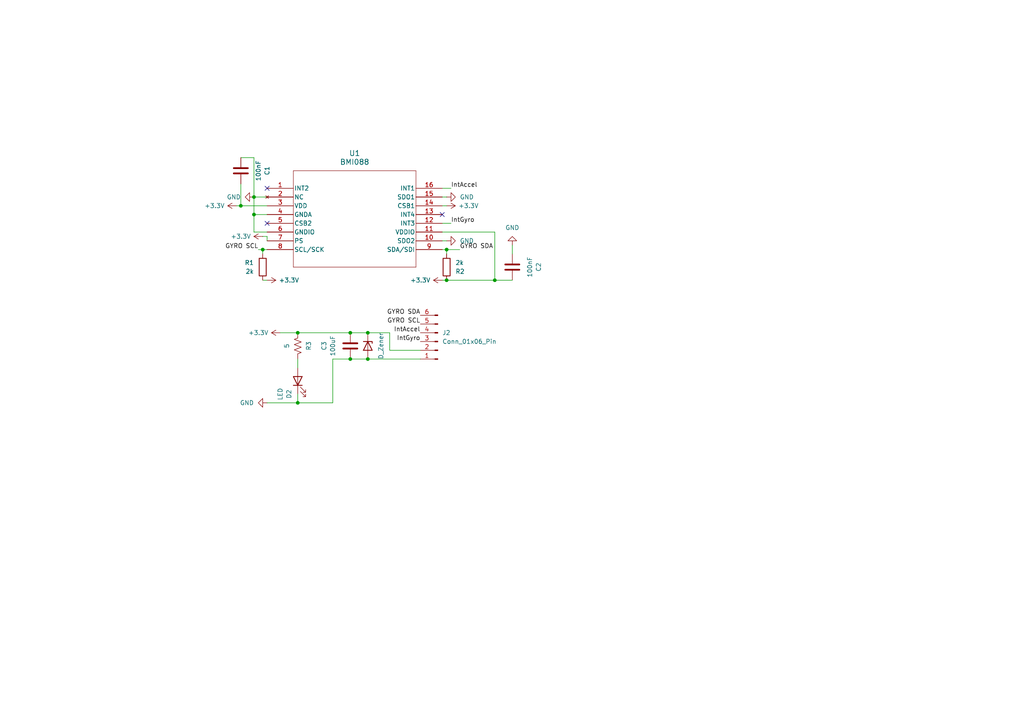
<source format=kicad_sch>
(kicad_sch
	(version 20231120)
	(generator "eeschema")
	(generator_version "8.0")
	(uuid "e95768fb-0c91-4b99-954c-ce347be36a2b")
	(paper "A4")
	(lib_symbols
		(symbol "2024-09-11_23-58-10:BMI088"
			(pin_names
				(offset 0.254)
			)
			(exclude_from_sim no)
			(in_bom yes)
			(on_board yes)
			(property "Reference" "U"
				(at 25.4 10.16 0)
				(effects
					(font
						(size 1.524 1.524)
					)
				)
			)
			(property "Value" "BMI088"
				(at 25.4 7.62 0)
				(effects
					(font
						(size 1.524 1.524)
					)
				)
			)
			(property "Footprint" "QFN_BMI085_BOS"
				(at 0 0 0)
				(effects
					(font
						(size 1.27 1.27)
						(italic yes)
					)
					(hide yes)
				)
			)
			(property "Datasheet" "BMI088"
				(at 0 0 0)
				(effects
					(font
						(size 1.27 1.27)
						(italic yes)
					)
					(hide yes)
				)
			)
			(property "Description" ""
				(at 0 0 0)
				(effects
					(font
						(size 1.27 1.27)
					)
					(hide yes)
				)
			)
			(property "ki_locked" ""
				(at 0 0 0)
				(effects
					(font
						(size 1.27 1.27)
					)
				)
			)
			(property "ki_keywords" "BMI088"
				(at 0 0 0)
				(effects
					(font
						(size 1.27 1.27)
					)
					(hide yes)
				)
			)
			(property "ki_fp_filters" "QFN_BMI085_BOS"
				(at 0 0 0)
				(effects
					(font
						(size 1.27 1.27)
					)
					(hide yes)
				)
			)
			(symbol "BMI088_0_1"
				(polyline
					(pts
						(xy 7.62 -22.86) (xy 43.18 -22.86)
					)
					(stroke
						(width 0.127)
						(type default)
					)
					(fill
						(type none)
					)
				)
				(polyline
					(pts
						(xy 7.62 5.08) (xy 7.62 -22.86)
					)
					(stroke
						(width 0.127)
						(type default)
					)
					(fill
						(type none)
					)
				)
				(polyline
					(pts
						(xy 43.18 -22.86) (xy 43.18 5.08)
					)
					(stroke
						(width 0.127)
						(type default)
					)
					(fill
						(type none)
					)
				)
				(polyline
					(pts
						(xy 43.18 5.08) (xy 7.62 5.08)
					)
					(stroke
						(width 0.127)
						(type default)
					)
					(fill
						(type none)
					)
				)
				(pin bidirectional line
					(at 0 0 0)
					(length 7.62)
					(name "INT2"
						(effects
							(font
								(size 1.27 1.27)
							)
						)
					)
					(number "1"
						(effects
							(font
								(size 1.27 1.27)
							)
						)
					)
				)
				(pin bidirectional line
					(at 50.8 -15.24 180)
					(length 7.62)
					(name "SDO2"
						(effects
							(font
								(size 1.27 1.27)
							)
						)
					)
					(number "10"
						(effects
							(font
								(size 1.27 1.27)
							)
						)
					)
				)
				(pin power_in line
					(at 50.8 -12.7 180)
					(length 7.62)
					(name "VDDIO"
						(effects
							(font
								(size 1.27 1.27)
							)
						)
					)
					(number "11"
						(effects
							(font
								(size 1.27 1.27)
							)
						)
					)
				)
				(pin bidirectional line
					(at 50.8 -10.16 180)
					(length 7.62)
					(name "INT3"
						(effects
							(font
								(size 1.27 1.27)
							)
						)
					)
					(number "12"
						(effects
							(font
								(size 1.27 1.27)
							)
						)
					)
				)
				(pin bidirectional line
					(at 50.8 -7.62 180)
					(length 7.62)
					(name "INT4"
						(effects
							(font
								(size 1.27 1.27)
							)
						)
					)
					(number "13"
						(effects
							(font
								(size 1.27 1.27)
							)
						)
					)
				)
				(pin bidirectional line
					(at 50.8 -5.08 180)
					(length 7.62)
					(name "CSB1"
						(effects
							(font
								(size 1.27 1.27)
							)
						)
					)
					(number "14"
						(effects
							(font
								(size 1.27 1.27)
							)
						)
					)
				)
				(pin bidirectional line
					(at 50.8 -2.54 180)
					(length 7.62)
					(name "SDO1"
						(effects
							(font
								(size 1.27 1.27)
							)
						)
					)
					(number "15"
						(effects
							(font
								(size 1.27 1.27)
							)
						)
					)
				)
				(pin bidirectional line
					(at 50.8 0 180)
					(length 7.62)
					(name "INT1"
						(effects
							(font
								(size 1.27 1.27)
							)
						)
					)
					(number "16"
						(effects
							(font
								(size 1.27 1.27)
							)
						)
					)
				)
				(pin no_connect line
					(at 0 -2.54 0)
					(length 7.62)
					(name "NC"
						(effects
							(font
								(size 1.27 1.27)
							)
						)
					)
					(number "2"
						(effects
							(font
								(size 1.27 1.27)
							)
						)
					)
				)
				(pin power_in line
					(at 0 -5.08 0)
					(length 7.62)
					(name "VDD"
						(effects
							(font
								(size 1.27 1.27)
							)
						)
					)
					(number "3"
						(effects
							(font
								(size 1.27 1.27)
							)
						)
					)
				)
				(pin power_out line
					(at 0 -7.62 0)
					(length 7.62)
					(name "GNDA"
						(effects
							(font
								(size 1.27 1.27)
							)
						)
					)
					(number "4"
						(effects
							(font
								(size 1.27 1.27)
							)
						)
					)
				)
				(pin bidirectional line
					(at 0 -10.16 0)
					(length 7.62)
					(name "CSB2"
						(effects
							(font
								(size 1.27 1.27)
							)
						)
					)
					(number "5"
						(effects
							(font
								(size 1.27 1.27)
							)
						)
					)
				)
				(pin power_out line
					(at 0 -12.7 0)
					(length 7.62)
					(name "GNDIO"
						(effects
							(font
								(size 1.27 1.27)
							)
						)
					)
					(number "6"
						(effects
							(font
								(size 1.27 1.27)
							)
						)
					)
				)
				(pin unspecified line
					(at 0 -15.24 0)
					(length 7.62)
					(name "PS"
						(effects
							(font
								(size 1.27 1.27)
							)
						)
					)
					(number "7"
						(effects
							(font
								(size 1.27 1.27)
							)
						)
					)
				)
				(pin unspecified line
					(at 0 -17.78 0)
					(length 7.62)
					(name "SCL/SCK"
						(effects
							(font
								(size 1.27 1.27)
							)
						)
					)
					(number "8"
						(effects
							(font
								(size 1.27 1.27)
							)
						)
					)
				)
				(pin unspecified line
					(at 50.8 -17.78 180)
					(length 7.62)
					(name "SDA/SDI"
						(effects
							(font
								(size 1.27 1.27)
							)
						)
					)
					(number "9"
						(effects
							(font
								(size 1.27 1.27)
							)
						)
					)
				)
			)
		)
		(symbol "Connector:Conn_01x06_Pin"
			(pin_names
				(offset 1.016) hide)
			(exclude_from_sim no)
			(in_bom yes)
			(on_board yes)
			(property "Reference" "J"
				(at 0 7.62 0)
				(effects
					(font
						(size 1.27 1.27)
					)
				)
			)
			(property "Value" "Conn_01x06_Pin"
				(at 0 -10.16 0)
				(effects
					(font
						(size 1.27 1.27)
					)
				)
			)
			(property "Footprint" ""
				(at 0 0 0)
				(effects
					(font
						(size 1.27 1.27)
					)
					(hide yes)
				)
			)
			(property "Datasheet" "~"
				(at 0 0 0)
				(effects
					(font
						(size 1.27 1.27)
					)
					(hide yes)
				)
			)
			(property "Description" "Generic connector, single row, 01x06, script generated"
				(at 0 0 0)
				(effects
					(font
						(size 1.27 1.27)
					)
					(hide yes)
				)
			)
			(property "ki_locked" ""
				(at 0 0 0)
				(effects
					(font
						(size 1.27 1.27)
					)
				)
			)
			(property "ki_keywords" "connector"
				(at 0 0 0)
				(effects
					(font
						(size 1.27 1.27)
					)
					(hide yes)
				)
			)
			(property "ki_fp_filters" "Connector*:*_1x??_*"
				(at 0 0 0)
				(effects
					(font
						(size 1.27 1.27)
					)
					(hide yes)
				)
			)
			(symbol "Conn_01x06_Pin_1_1"
				(polyline
					(pts
						(xy 1.27 -7.62) (xy 0.8636 -7.62)
					)
					(stroke
						(width 0.1524)
						(type default)
					)
					(fill
						(type none)
					)
				)
				(polyline
					(pts
						(xy 1.27 -5.08) (xy 0.8636 -5.08)
					)
					(stroke
						(width 0.1524)
						(type default)
					)
					(fill
						(type none)
					)
				)
				(polyline
					(pts
						(xy 1.27 -2.54) (xy 0.8636 -2.54)
					)
					(stroke
						(width 0.1524)
						(type default)
					)
					(fill
						(type none)
					)
				)
				(polyline
					(pts
						(xy 1.27 0) (xy 0.8636 0)
					)
					(stroke
						(width 0.1524)
						(type default)
					)
					(fill
						(type none)
					)
				)
				(polyline
					(pts
						(xy 1.27 2.54) (xy 0.8636 2.54)
					)
					(stroke
						(width 0.1524)
						(type default)
					)
					(fill
						(type none)
					)
				)
				(polyline
					(pts
						(xy 1.27 5.08) (xy 0.8636 5.08)
					)
					(stroke
						(width 0.1524)
						(type default)
					)
					(fill
						(type none)
					)
				)
				(rectangle
					(start 0.8636 -7.493)
					(end 0 -7.747)
					(stroke
						(width 0.1524)
						(type default)
					)
					(fill
						(type outline)
					)
				)
				(rectangle
					(start 0.8636 -4.953)
					(end 0 -5.207)
					(stroke
						(width 0.1524)
						(type default)
					)
					(fill
						(type outline)
					)
				)
				(rectangle
					(start 0.8636 -2.413)
					(end 0 -2.667)
					(stroke
						(width 0.1524)
						(type default)
					)
					(fill
						(type outline)
					)
				)
				(rectangle
					(start 0.8636 0.127)
					(end 0 -0.127)
					(stroke
						(width 0.1524)
						(type default)
					)
					(fill
						(type outline)
					)
				)
				(rectangle
					(start 0.8636 2.667)
					(end 0 2.413)
					(stroke
						(width 0.1524)
						(type default)
					)
					(fill
						(type outline)
					)
				)
				(rectangle
					(start 0.8636 5.207)
					(end 0 4.953)
					(stroke
						(width 0.1524)
						(type default)
					)
					(fill
						(type outline)
					)
				)
				(pin passive line
					(at 5.08 5.08 180)
					(length 3.81)
					(name "Pin_1"
						(effects
							(font
								(size 1.27 1.27)
							)
						)
					)
					(number "1"
						(effects
							(font
								(size 1.27 1.27)
							)
						)
					)
				)
				(pin passive line
					(at 5.08 2.54 180)
					(length 3.81)
					(name "Pin_2"
						(effects
							(font
								(size 1.27 1.27)
							)
						)
					)
					(number "2"
						(effects
							(font
								(size 1.27 1.27)
							)
						)
					)
				)
				(pin passive line
					(at 5.08 0 180)
					(length 3.81)
					(name "Pin_3"
						(effects
							(font
								(size 1.27 1.27)
							)
						)
					)
					(number "3"
						(effects
							(font
								(size 1.27 1.27)
							)
						)
					)
				)
				(pin passive line
					(at 5.08 -2.54 180)
					(length 3.81)
					(name "Pin_4"
						(effects
							(font
								(size 1.27 1.27)
							)
						)
					)
					(number "4"
						(effects
							(font
								(size 1.27 1.27)
							)
						)
					)
				)
				(pin passive line
					(at 5.08 -5.08 180)
					(length 3.81)
					(name "Pin_5"
						(effects
							(font
								(size 1.27 1.27)
							)
						)
					)
					(number "5"
						(effects
							(font
								(size 1.27 1.27)
							)
						)
					)
				)
				(pin passive line
					(at 5.08 -7.62 180)
					(length 3.81)
					(name "Pin_6"
						(effects
							(font
								(size 1.27 1.27)
							)
						)
					)
					(number "6"
						(effects
							(font
								(size 1.27 1.27)
							)
						)
					)
				)
			)
		)
		(symbol "Device:C"
			(pin_numbers hide)
			(pin_names
				(offset 0.254)
			)
			(exclude_from_sim no)
			(in_bom yes)
			(on_board yes)
			(property "Reference" "C"
				(at 0.635 2.54 0)
				(effects
					(font
						(size 1.27 1.27)
					)
					(justify left)
				)
			)
			(property "Value" "C"
				(at 0.635 -2.54 0)
				(effects
					(font
						(size 1.27 1.27)
					)
					(justify left)
				)
			)
			(property "Footprint" ""
				(at 0.9652 -3.81 0)
				(effects
					(font
						(size 1.27 1.27)
					)
					(hide yes)
				)
			)
			(property "Datasheet" "~"
				(at 0 0 0)
				(effects
					(font
						(size 1.27 1.27)
					)
					(hide yes)
				)
			)
			(property "Description" "Unpolarized capacitor"
				(at 0 0 0)
				(effects
					(font
						(size 1.27 1.27)
					)
					(hide yes)
				)
			)
			(property "ki_keywords" "cap capacitor"
				(at 0 0 0)
				(effects
					(font
						(size 1.27 1.27)
					)
					(hide yes)
				)
			)
			(property "ki_fp_filters" "C_*"
				(at 0 0 0)
				(effects
					(font
						(size 1.27 1.27)
					)
					(hide yes)
				)
			)
			(symbol "C_0_1"
				(polyline
					(pts
						(xy -2.032 -0.762) (xy 2.032 -0.762)
					)
					(stroke
						(width 0.508)
						(type default)
					)
					(fill
						(type none)
					)
				)
				(polyline
					(pts
						(xy -2.032 0.762) (xy 2.032 0.762)
					)
					(stroke
						(width 0.508)
						(type default)
					)
					(fill
						(type none)
					)
				)
			)
			(symbol "C_1_1"
				(pin passive line
					(at 0 3.81 270)
					(length 2.794)
					(name "~"
						(effects
							(font
								(size 1.27 1.27)
							)
						)
					)
					(number "1"
						(effects
							(font
								(size 1.27 1.27)
							)
						)
					)
				)
				(pin passive line
					(at 0 -3.81 90)
					(length 2.794)
					(name "~"
						(effects
							(font
								(size 1.27 1.27)
							)
						)
					)
					(number "2"
						(effects
							(font
								(size 1.27 1.27)
							)
						)
					)
				)
			)
		)
		(symbol "Device:D_Zener"
			(pin_numbers hide)
			(pin_names
				(offset 1.016) hide)
			(exclude_from_sim no)
			(in_bom yes)
			(on_board yes)
			(property "Reference" "D"
				(at 0 2.54 0)
				(effects
					(font
						(size 1.27 1.27)
					)
				)
			)
			(property "Value" "D_Zener"
				(at 0 -2.54 0)
				(effects
					(font
						(size 1.27 1.27)
					)
				)
			)
			(property "Footprint" ""
				(at 0 0 0)
				(effects
					(font
						(size 1.27 1.27)
					)
					(hide yes)
				)
			)
			(property "Datasheet" "~"
				(at 0 0 0)
				(effects
					(font
						(size 1.27 1.27)
					)
					(hide yes)
				)
			)
			(property "Description" "Zener diode"
				(at 0 0 0)
				(effects
					(font
						(size 1.27 1.27)
					)
					(hide yes)
				)
			)
			(property "ki_keywords" "diode"
				(at 0 0 0)
				(effects
					(font
						(size 1.27 1.27)
					)
					(hide yes)
				)
			)
			(property "ki_fp_filters" "TO-???* *_Diode_* *SingleDiode* D_*"
				(at 0 0 0)
				(effects
					(font
						(size 1.27 1.27)
					)
					(hide yes)
				)
			)
			(symbol "D_Zener_0_1"
				(polyline
					(pts
						(xy 1.27 0) (xy -1.27 0)
					)
					(stroke
						(width 0)
						(type default)
					)
					(fill
						(type none)
					)
				)
				(polyline
					(pts
						(xy -1.27 -1.27) (xy -1.27 1.27) (xy -0.762 1.27)
					)
					(stroke
						(width 0.254)
						(type default)
					)
					(fill
						(type none)
					)
				)
				(polyline
					(pts
						(xy 1.27 -1.27) (xy 1.27 1.27) (xy -1.27 0) (xy 1.27 -1.27)
					)
					(stroke
						(width 0.254)
						(type default)
					)
					(fill
						(type none)
					)
				)
			)
			(symbol "D_Zener_1_1"
				(pin passive line
					(at -3.81 0 0)
					(length 2.54)
					(name "K"
						(effects
							(font
								(size 1.27 1.27)
							)
						)
					)
					(number "1"
						(effects
							(font
								(size 1.27 1.27)
							)
						)
					)
				)
				(pin passive line
					(at 3.81 0 180)
					(length 2.54)
					(name "A"
						(effects
							(font
								(size 1.27 1.27)
							)
						)
					)
					(number "2"
						(effects
							(font
								(size 1.27 1.27)
							)
						)
					)
				)
			)
		)
		(symbol "Device:LED"
			(pin_numbers hide)
			(pin_names
				(offset 1.016) hide)
			(exclude_from_sim no)
			(in_bom yes)
			(on_board yes)
			(property "Reference" "D"
				(at 0 2.54 0)
				(effects
					(font
						(size 1.27 1.27)
					)
				)
			)
			(property "Value" "LED"
				(at 0 -2.54 0)
				(effects
					(font
						(size 1.27 1.27)
					)
				)
			)
			(property "Footprint" ""
				(at 0 0 0)
				(effects
					(font
						(size 1.27 1.27)
					)
					(hide yes)
				)
			)
			(property "Datasheet" "~"
				(at 0 0 0)
				(effects
					(font
						(size 1.27 1.27)
					)
					(hide yes)
				)
			)
			(property "Description" "Light emitting diode"
				(at 0 0 0)
				(effects
					(font
						(size 1.27 1.27)
					)
					(hide yes)
				)
			)
			(property "ki_keywords" "LED diode"
				(at 0 0 0)
				(effects
					(font
						(size 1.27 1.27)
					)
					(hide yes)
				)
			)
			(property "ki_fp_filters" "LED* LED_SMD:* LED_THT:*"
				(at 0 0 0)
				(effects
					(font
						(size 1.27 1.27)
					)
					(hide yes)
				)
			)
			(symbol "LED_0_1"
				(polyline
					(pts
						(xy -1.27 -1.27) (xy -1.27 1.27)
					)
					(stroke
						(width 0.254)
						(type default)
					)
					(fill
						(type none)
					)
				)
				(polyline
					(pts
						(xy -1.27 0) (xy 1.27 0)
					)
					(stroke
						(width 0)
						(type default)
					)
					(fill
						(type none)
					)
				)
				(polyline
					(pts
						(xy 1.27 -1.27) (xy 1.27 1.27) (xy -1.27 0) (xy 1.27 -1.27)
					)
					(stroke
						(width 0.254)
						(type default)
					)
					(fill
						(type none)
					)
				)
				(polyline
					(pts
						(xy -3.048 -0.762) (xy -4.572 -2.286) (xy -3.81 -2.286) (xy -4.572 -2.286) (xy -4.572 -1.524)
					)
					(stroke
						(width 0)
						(type default)
					)
					(fill
						(type none)
					)
				)
				(polyline
					(pts
						(xy -1.778 -0.762) (xy -3.302 -2.286) (xy -2.54 -2.286) (xy -3.302 -2.286) (xy -3.302 -1.524)
					)
					(stroke
						(width 0)
						(type default)
					)
					(fill
						(type none)
					)
				)
			)
			(symbol "LED_1_1"
				(pin passive line
					(at -3.81 0 0)
					(length 2.54)
					(name "K"
						(effects
							(font
								(size 1.27 1.27)
							)
						)
					)
					(number "1"
						(effects
							(font
								(size 1.27 1.27)
							)
						)
					)
				)
				(pin passive line
					(at 3.81 0 180)
					(length 2.54)
					(name "A"
						(effects
							(font
								(size 1.27 1.27)
							)
						)
					)
					(number "2"
						(effects
							(font
								(size 1.27 1.27)
							)
						)
					)
				)
			)
		)
		(symbol "Device:R"
			(pin_numbers hide)
			(pin_names
				(offset 0)
			)
			(exclude_from_sim no)
			(in_bom yes)
			(on_board yes)
			(property "Reference" "R"
				(at 2.032 0 90)
				(effects
					(font
						(size 1.27 1.27)
					)
				)
			)
			(property "Value" "R"
				(at 0 0 90)
				(effects
					(font
						(size 1.27 1.27)
					)
				)
			)
			(property "Footprint" ""
				(at -1.778 0 90)
				(effects
					(font
						(size 1.27 1.27)
					)
					(hide yes)
				)
			)
			(property "Datasheet" "~"
				(at 0 0 0)
				(effects
					(font
						(size 1.27 1.27)
					)
					(hide yes)
				)
			)
			(property "Description" "Resistor"
				(at 0 0 0)
				(effects
					(font
						(size 1.27 1.27)
					)
					(hide yes)
				)
			)
			(property "ki_keywords" "R res resistor"
				(at 0 0 0)
				(effects
					(font
						(size 1.27 1.27)
					)
					(hide yes)
				)
			)
			(property "ki_fp_filters" "R_*"
				(at 0 0 0)
				(effects
					(font
						(size 1.27 1.27)
					)
					(hide yes)
				)
			)
			(symbol "R_0_1"
				(rectangle
					(start -1.016 -2.54)
					(end 1.016 2.54)
					(stroke
						(width 0.254)
						(type default)
					)
					(fill
						(type none)
					)
				)
			)
			(symbol "R_1_1"
				(pin passive line
					(at 0 3.81 270)
					(length 1.27)
					(name "~"
						(effects
							(font
								(size 1.27 1.27)
							)
						)
					)
					(number "1"
						(effects
							(font
								(size 1.27 1.27)
							)
						)
					)
				)
				(pin passive line
					(at 0 -3.81 90)
					(length 1.27)
					(name "~"
						(effects
							(font
								(size 1.27 1.27)
							)
						)
					)
					(number "2"
						(effects
							(font
								(size 1.27 1.27)
							)
						)
					)
				)
			)
		)
		(symbol "Device:R_US"
			(pin_numbers hide)
			(pin_names
				(offset 0)
			)
			(exclude_from_sim no)
			(in_bom yes)
			(on_board yes)
			(property "Reference" "R"
				(at 2.54 0 90)
				(effects
					(font
						(size 1.27 1.27)
					)
				)
			)
			(property "Value" "R_US"
				(at -2.54 0 90)
				(effects
					(font
						(size 1.27 1.27)
					)
				)
			)
			(property "Footprint" ""
				(at 1.016 -0.254 90)
				(effects
					(font
						(size 1.27 1.27)
					)
					(hide yes)
				)
			)
			(property "Datasheet" "~"
				(at 0 0 0)
				(effects
					(font
						(size 1.27 1.27)
					)
					(hide yes)
				)
			)
			(property "Description" "Resistor, US symbol"
				(at 0 0 0)
				(effects
					(font
						(size 1.27 1.27)
					)
					(hide yes)
				)
			)
			(property "ki_keywords" "R res resistor"
				(at 0 0 0)
				(effects
					(font
						(size 1.27 1.27)
					)
					(hide yes)
				)
			)
			(property "ki_fp_filters" "R_*"
				(at 0 0 0)
				(effects
					(font
						(size 1.27 1.27)
					)
					(hide yes)
				)
			)
			(symbol "R_US_0_1"
				(polyline
					(pts
						(xy 0 -2.286) (xy 0 -2.54)
					)
					(stroke
						(width 0)
						(type default)
					)
					(fill
						(type none)
					)
				)
				(polyline
					(pts
						(xy 0 2.286) (xy 0 2.54)
					)
					(stroke
						(width 0)
						(type default)
					)
					(fill
						(type none)
					)
				)
				(polyline
					(pts
						(xy 0 -0.762) (xy 1.016 -1.143) (xy 0 -1.524) (xy -1.016 -1.905) (xy 0 -2.286)
					)
					(stroke
						(width 0)
						(type default)
					)
					(fill
						(type none)
					)
				)
				(polyline
					(pts
						(xy 0 0.762) (xy 1.016 0.381) (xy 0 0) (xy -1.016 -0.381) (xy 0 -0.762)
					)
					(stroke
						(width 0)
						(type default)
					)
					(fill
						(type none)
					)
				)
				(polyline
					(pts
						(xy 0 2.286) (xy 1.016 1.905) (xy 0 1.524) (xy -1.016 1.143) (xy 0 0.762)
					)
					(stroke
						(width 0)
						(type default)
					)
					(fill
						(type none)
					)
				)
			)
			(symbol "R_US_1_1"
				(pin passive line
					(at 0 3.81 270)
					(length 1.27)
					(name "~"
						(effects
							(font
								(size 1.27 1.27)
							)
						)
					)
					(number "1"
						(effects
							(font
								(size 1.27 1.27)
							)
						)
					)
				)
				(pin passive line
					(at 0 -3.81 90)
					(length 1.27)
					(name "~"
						(effects
							(font
								(size 1.27 1.27)
							)
						)
					)
					(number "2"
						(effects
							(font
								(size 1.27 1.27)
							)
						)
					)
				)
			)
		)
		(symbol "power:+3.3V"
			(power)
			(pin_numbers hide)
			(pin_names
				(offset 0) hide)
			(exclude_from_sim no)
			(in_bom yes)
			(on_board yes)
			(property "Reference" "#PWR"
				(at 0 -3.81 0)
				(effects
					(font
						(size 1.27 1.27)
					)
					(hide yes)
				)
			)
			(property "Value" "+3.3V"
				(at 0 3.556 0)
				(effects
					(font
						(size 1.27 1.27)
					)
				)
			)
			(property "Footprint" ""
				(at 0 0 0)
				(effects
					(font
						(size 1.27 1.27)
					)
					(hide yes)
				)
			)
			(property "Datasheet" ""
				(at 0 0 0)
				(effects
					(font
						(size 1.27 1.27)
					)
					(hide yes)
				)
			)
			(property "Description" "Power symbol creates a global label with name \"+3.3V\""
				(at 0 0 0)
				(effects
					(font
						(size 1.27 1.27)
					)
					(hide yes)
				)
			)
			(property "ki_keywords" "global power"
				(at 0 0 0)
				(effects
					(font
						(size 1.27 1.27)
					)
					(hide yes)
				)
			)
			(symbol "+3.3V_0_1"
				(polyline
					(pts
						(xy -0.762 1.27) (xy 0 2.54)
					)
					(stroke
						(width 0)
						(type default)
					)
					(fill
						(type none)
					)
				)
				(polyline
					(pts
						(xy 0 0) (xy 0 2.54)
					)
					(stroke
						(width 0)
						(type default)
					)
					(fill
						(type none)
					)
				)
				(polyline
					(pts
						(xy 0 2.54) (xy 0.762 1.27)
					)
					(stroke
						(width 0)
						(type default)
					)
					(fill
						(type none)
					)
				)
			)
			(symbol "+3.3V_1_1"
				(pin power_in line
					(at 0 0 90)
					(length 0)
					(name "~"
						(effects
							(font
								(size 1.27 1.27)
							)
						)
					)
					(number "1"
						(effects
							(font
								(size 1.27 1.27)
							)
						)
					)
				)
			)
		)
		(symbol "power:GND"
			(power)
			(pin_numbers hide)
			(pin_names
				(offset 0) hide)
			(exclude_from_sim no)
			(in_bom yes)
			(on_board yes)
			(property "Reference" "#PWR"
				(at 0 -6.35 0)
				(effects
					(font
						(size 1.27 1.27)
					)
					(hide yes)
				)
			)
			(property "Value" "GND"
				(at 0 -3.81 0)
				(effects
					(font
						(size 1.27 1.27)
					)
				)
			)
			(property "Footprint" ""
				(at 0 0 0)
				(effects
					(font
						(size 1.27 1.27)
					)
					(hide yes)
				)
			)
			(property "Datasheet" ""
				(at 0 0 0)
				(effects
					(font
						(size 1.27 1.27)
					)
					(hide yes)
				)
			)
			(property "Description" "Power symbol creates a global label with name \"GND\" , ground"
				(at 0 0 0)
				(effects
					(font
						(size 1.27 1.27)
					)
					(hide yes)
				)
			)
			(property "ki_keywords" "global power"
				(at 0 0 0)
				(effects
					(font
						(size 1.27 1.27)
					)
					(hide yes)
				)
			)
			(symbol "GND_0_1"
				(polyline
					(pts
						(xy 0 0) (xy 0 -1.27) (xy 1.27 -1.27) (xy 0 -2.54) (xy -1.27 -1.27) (xy 0 -1.27)
					)
					(stroke
						(width 0)
						(type default)
					)
					(fill
						(type none)
					)
				)
			)
			(symbol "GND_1_1"
				(pin power_in line
					(at 0 0 270)
					(length 0)
					(name "~"
						(effects
							(font
								(size 1.27 1.27)
							)
						)
					)
					(number "1"
						(effects
							(font
								(size 1.27 1.27)
							)
						)
					)
				)
			)
		)
	)
	(junction
		(at 101.6 96.52)
		(diameter 0)
		(color 0 0 0 0)
		(uuid "021c5af4-a223-4bda-b2af-1b5de66b01e6")
	)
	(junction
		(at 129.54 72.39)
		(diameter 0)
		(color 0 0 0 0)
		(uuid "04954e6a-2a88-4d3f-b0ec-a696189c21c9")
	)
	(junction
		(at 101.6 104.14)
		(diameter 0)
		(color 0 0 0 0)
		(uuid "07f69da7-cfa1-400c-aef4-1421ee31e82a")
	)
	(junction
		(at 106.68 104.14)
		(diameter 0)
		(color 0 0 0 0)
		(uuid "1076fde2-34df-4a5c-b4ca-5eb15fdceccb")
	)
	(junction
		(at 106.68 96.52)
		(diameter 0)
		(color 0 0 0 0)
		(uuid "112239fa-2559-4853-9533-46bdf83e04f0")
	)
	(junction
		(at 76.2 72.39)
		(diameter 0)
		(color 0 0 0 0)
		(uuid "112d153a-1c50-4a10-870a-a38a98c38715")
	)
	(junction
		(at 143.51 81.28)
		(diameter 0)
		(color 0 0 0 0)
		(uuid "16bbaa4d-6c0c-4fcc-9dd7-0940e24d4b82")
	)
	(junction
		(at 129.54 81.28)
		(diameter 0)
		(color 0 0 0 0)
		(uuid "b82d4efb-4faa-4e2f-a0bf-a81c4013a3c0")
	)
	(junction
		(at 69.85 59.69)
		(diameter 0)
		(color 0 0 0 0)
		(uuid "bc127965-5032-4895-bc96-c0816317d765")
	)
	(junction
		(at 73.66 57.15)
		(diameter 0)
		(color 0 0 0 0)
		(uuid "c2ec6baa-fe0f-453d-9a0c-d3aab37df0c0")
	)
	(junction
		(at 73.66 62.23)
		(diameter 0)
		(color 0 0 0 0)
		(uuid "c4f0c941-0b05-417d-89d9-d54dee83a650")
	)
	(junction
		(at 86.36 116.84)
		(diameter 0)
		(color 0 0 0 0)
		(uuid "de245235-090c-495c-b091-306cecb39948")
	)
	(junction
		(at 86.36 96.52)
		(diameter 0)
		(color 0 0 0 0)
		(uuid "f0ebaf0b-2f57-47a6-be2c-6bcc0511a2f8")
	)
	(no_connect
		(at 77.47 64.77)
		(uuid "4dfe35dc-6110-4c35-8d3c-d3c50763a8da")
	)
	(no_connect
		(at 128.27 62.23)
		(uuid "9e8c8c70-19de-4b56-aef3-18ee63e80472")
	)
	(no_connect
		(at 77.47 54.61)
		(uuid "cee9ff74-8563-4821-975c-35d10b9b8493")
	)
	(wire
		(pts
			(xy 128.27 81.28) (xy 129.54 81.28)
		)
		(stroke
			(width 0)
			(type default)
		)
		(uuid "04d5379c-eaa7-44e6-b453-e5e10e2013da")
	)
	(wire
		(pts
			(xy 129.54 73.66) (xy 129.54 72.39)
		)
		(stroke
			(width 0)
			(type default)
		)
		(uuid "06752f7c-ad6d-4f8b-baeb-259ded6e7d45")
	)
	(wire
		(pts
			(xy 76.2 73.66) (xy 76.2 72.39)
		)
		(stroke
			(width 0)
			(type default)
		)
		(uuid "084ac380-5342-4d9a-9a93-70c56b21fcff")
	)
	(wire
		(pts
			(xy 113.03 101.6) (xy 121.92 101.6)
		)
		(stroke
			(width 0)
			(type default)
		)
		(uuid "08f7c53e-6594-4314-9b3a-345b33f87fe7")
	)
	(wire
		(pts
			(xy 101.6 96.52) (xy 106.68 96.52)
		)
		(stroke
			(width 0)
			(type default)
		)
		(uuid "115e08e6-708a-405f-8dc6-aedacbe95e61")
	)
	(wire
		(pts
			(xy 113.03 96.52) (xy 113.03 101.6)
		)
		(stroke
			(width 0)
			(type default)
		)
		(uuid "1b97f543-09f2-4a2a-ad17-996b2b20c323")
	)
	(wire
		(pts
			(xy 86.36 104.14) (xy 86.36 106.68)
		)
		(stroke
			(width 0)
			(type default)
		)
		(uuid "1c5c277b-71c0-451d-80bc-8c3a4180c257")
	)
	(wire
		(pts
			(xy 73.66 62.23) (xy 77.47 62.23)
		)
		(stroke
			(width 0)
			(type default)
		)
		(uuid "1d0660e3-2ad5-4ad1-84ed-3329e7a35c7e")
	)
	(wire
		(pts
			(xy 101.6 104.14) (xy 106.68 104.14)
		)
		(stroke
			(width 0)
			(type default)
		)
		(uuid "1e9a1ab9-cbc4-4c57-b8b3-e4f7147634d8")
	)
	(wire
		(pts
			(xy 143.51 81.28) (xy 148.59 81.28)
		)
		(stroke
			(width 0)
			(type default)
		)
		(uuid "1fd71aae-59ef-4014-80a6-f45c827ee547")
	)
	(wire
		(pts
			(xy 76.2 68.58) (xy 77.47 68.58)
		)
		(stroke
			(width 0)
			(type default)
		)
		(uuid "220e0423-968b-4d7e-a56c-18ca0e8ba05f")
	)
	(wire
		(pts
			(xy 106.68 96.52) (xy 113.03 96.52)
		)
		(stroke
			(width 0)
			(type default)
		)
		(uuid "2725654f-be2c-4480-a3da-83c60590e2f9")
	)
	(wire
		(pts
			(xy 130.81 54.61) (xy 128.27 54.61)
		)
		(stroke
			(width 0)
			(type default)
		)
		(uuid "2bf2174d-38b1-4872-94f4-12ecee508a67")
	)
	(wire
		(pts
			(xy 106.68 104.14) (xy 121.92 104.14)
		)
		(stroke
			(width 0)
			(type default)
		)
		(uuid "2fc972e7-b6cd-4bff-a5f7-1646571f9ad9")
	)
	(wire
		(pts
			(xy 73.66 57.15) (xy 77.47 57.15)
		)
		(stroke
			(width 0)
			(type default)
		)
		(uuid "317736b6-0dd7-4071-955a-85e9f48fe24f")
	)
	(wire
		(pts
			(xy 73.66 62.23) (xy 73.66 67.31)
		)
		(stroke
			(width 0)
			(type default)
		)
		(uuid "551aba25-2e6a-4f33-8000-de69f026c291")
	)
	(wire
		(pts
			(xy 76.2 81.28) (xy 77.47 81.28)
		)
		(stroke
			(width 0)
			(type default)
		)
		(uuid "557f7065-9224-4bba-bbc6-012484fd98e2")
	)
	(wire
		(pts
			(xy 69.85 53.34) (xy 69.85 59.69)
		)
		(stroke
			(width 0)
			(type default)
		)
		(uuid "562a6e59-8302-4612-92d9-2070d55f18c9")
	)
	(wire
		(pts
			(xy 77.47 116.84) (xy 86.36 116.84)
		)
		(stroke
			(width 0)
			(type default)
		)
		(uuid "61859852-0b4a-41f7-becd-fdf60ad3a7f6")
	)
	(wire
		(pts
			(xy 128.27 67.31) (xy 143.51 67.31)
		)
		(stroke
			(width 0)
			(type default)
		)
		(uuid "63caa315-7580-44a1-97be-d9afd3805c9d")
	)
	(wire
		(pts
			(xy 129.54 57.15) (xy 128.27 57.15)
		)
		(stroke
			(width 0)
			(type default)
		)
		(uuid "64c0190e-f1ac-48c2-a9df-d9a33001ec39")
	)
	(wire
		(pts
			(xy 77.47 59.69) (xy 69.85 59.69)
		)
		(stroke
			(width 0)
			(type default)
		)
		(uuid "6eb66311-1067-49ed-bf05-6bc99570cadb")
	)
	(wire
		(pts
			(xy 96.52 104.14) (xy 101.6 104.14)
		)
		(stroke
			(width 0)
			(type default)
		)
		(uuid "7fb99586-f700-4aa6-a3f5-0d5473bd15a8")
	)
	(wire
		(pts
			(xy 143.51 67.31) (xy 143.51 81.28)
		)
		(stroke
			(width 0)
			(type default)
		)
		(uuid "824138bb-73ac-4df6-a0e2-14db92b460b5")
	)
	(wire
		(pts
			(xy 74.93 72.39) (xy 76.2 72.39)
		)
		(stroke
			(width 0)
			(type default)
		)
		(uuid "85ab7661-a682-44a4-b743-b4b46c39fd14")
	)
	(wire
		(pts
			(xy 86.36 116.84) (xy 86.36 114.3)
		)
		(stroke
			(width 0)
			(type default)
		)
		(uuid "8c2e5b1c-6c8a-4c94-984f-5111421aec1b")
	)
	(wire
		(pts
			(xy 129.54 69.85) (xy 128.27 69.85)
		)
		(stroke
			(width 0)
			(type default)
		)
		(uuid "8d64c07b-88e8-492b-a168-d8fb4785ebf0")
	)
	(wire
		(pts
			(xy 129.54 72.39) (xy 133.35 72.39)
		)
		(stroke
			(width 0)
			(type default)
		)
		(uuid "99cb64cb-bc22-4bdc-80cb-e87eccba0d54")
	)
	(wire
		(pts
			(xy 128.27 64.77) (xy 130.81 64.77)
		)
		(stroke
			(width 0)
			(type default)
		)
		(uuid "9cfca636-d35a-4fad-9944-965e75481ec4")
	)
	(wire
		(pts
			(xy 77.47 68.58) (xy 77.47 69.85)
		)
		(stroke
			(width 0)
			(type default)
		)
		(uuid "aa918b57-2dc4-4465-ac45-de7cdee1f001")
	)
	(wire
		(pts
			(xy 81.28 96.52) (xy 86.36 96.52)
		)
		(stroke
			(width 0)
			(type default)
		)
		(uuid "bb934bd5-5d6b-4b19-8bb5-2fa7e82c5425")
	)
	(wire
		(pts
			(xy 73.66 45.72) (xy 73.66 57.15)
		)
		(stroke
			(width 0)
			(type default)
		)
		(uuid "c05a1500-ce68-428a-b07c-4952e0637cc9")
	)
	(wire
		(pts
			(xy 73.66 62.23) (xy 73.66 57.15)
		)
		(stroke
			(width 0)
			(type default)
		)
		(uuid "c2128f54-594a-4a47-8841-88d3dcea254a")
	)
	(wire
		(pts
			(xy 69.85 45.72) (xy 73.66 45.72)
		)
		(stroke
			(width 0)
			(type default)
		)
		(uuid "cc596070-639c-4f36-bbed-30430697ac24")
	)
	(wire
		(pts
			(xy 86.36 96.52) (xy 101.6 96.52)
		)
		(stroke
			(width 0)
			(type default)
		)
		(uuid "d15b4abe-fb82-4315-ae97-37b94005ece4")
	)
	(wire
		(pts
			(xy 129.54 81.28) (xy 143.51 81.28)
		)
		(stroke
			(width 0)
			(type default)
		)
		(uuid "d46a84f1-2aee-4b8d-ba82-09f908cf18b0")
	)
	(wire
		(pts
			(xy 86.36 116.84) (xy 96.52 116.84)
		)
		(stroke
			(width 0)
			(type default)
		)
		(uuid "d6a4c3a3-7879-42eb-ae3a-c9a36c5d1665")
	)
	(wire
		(pts
			(xy 128.27 59.69) (xy 129.54 59.69)
		)
		(stroke
			(width 0)
			(type default)
		)
		(uuid "d975c1fa-442b-44a5-89db-00f0579c7531")
	)
	(wire
		(pts
			(xy 69.85 59.69) (xy 68.58 59.69)
		)
		(stroke
			(width 0)
			(type default)
		)
		(uuid "e148bedc-155e-4048-b0db-8ecdea42a4bc")
	)
	(wire
		(pts
			(xy 76.2 72.39) (xy 77.47 72.39)
		)
		(stroke
			(width 0)
			(type default)
		)
		(uuid "e1e8fe1e-3205-49d0-8b06-cb5cb92ff323")
	)
	(wire
		(pts
			(xy 96.52 116.84) (xy 96.52 104.14)
		)
		(stroke
			(width 0)
			(type default)
		)
		(uuid "e28be8c5-1400-419a-80fe-5c6655f2b0c0")
	)
	(wire
		(pts
			(xy 128.27 72.39) (xy 129.54 72.39)
		)
		(stroke
			(width 0)
			(type default)
		)
		(uuid "f6f4dc93-f0c2-49d6-87e4-242e57d4f782")
	)
	(wire
		(pts
			(xy 73.66 67.31) (xy 77.47 67.31)
		)
		(stroke
			(width 0)
			(type default)
		)
		(uuid "f72ee5e6-4437-4460-9cf7-881ca92886c4")
	)
	(wire
		(pts
			(xy 148.59 71.12) (xy 148.59 73.66)
		)
		(stroke
			(width 0)
			(type default)
		)
		(uuid "fabe1695-3a29-4d68-8ba1-c0b6e4892990")
	)
	(label "GYRO SCL"
		(at 121.92 93.98 180)
		(fields_autoplaced yes)
		(effects
			(font
				(size 1.27 1.27)
			)
			(justify right bottom)
		)
		(uuid "1859c2e4-2ccb-4016-8345-a643742a43e8")
	)
	(label "IntAccel"
		(at 130.81 54.61 0)
		(fields_autoplaced yes)
		(effects
			(font
				(size 1.27 1.27)
			)
			(justify left bottom)
		)
		(uuid "39084964-4583-4d9d-9eff-b5525e564285")
	)
	(label "GYRO SCL"
		(at 74.93 72.39 180)
		(fields_autoplaced yes)
		(effects
			(font
				(size 1.27 1.27)
			)
			(justify right bottom)
		)
		(uuid "50166c39-729a-4042-a0ee-5632b39cc60c")
	)
	(label "IntGyro"
		(at 130.81 64.77 0)
		(fields_autoplaced yes)
		(effects
			(font
				(size 1.27 1.27)
			)
			(justify left bottom)
		)
		(uuid "7458e05f-c6ac-4a07-83cb-8c2967b4f937")
	)
	(label "IntGyro"
		(at 121.92 99.06 180)
		(fields_autoplaced yes)
		(effects
			(font
				(size 1.27 1.27)
			)
			(justify right bottom)
		)
		(uuid "aef00bd4-afcc-4b59-8dd8-992152191e17")
	)
	(label "IntAccel"
		(at 121.92 96.52 180)
		(fields_autoplaced yes)
		(effects
			(font
				(size 1.27 1.27)
			)
			(justify right bottom)
		)
		(uuid "d043dbfc-24f2-49af-a2cb-a460f091d16e")
	)
	(label "GYRO SDA"
		(at 121.92 91.44 180)
		(fields_autoplaced yes)
		(effects
			(font
				(size 1.27 1.27)
			)
			(justify right bottom)
		)
		(uuid "dbd90699-86d8-47de-a515-45d72e5f80e4")
	)
	(label "GYRO SDA"
		(at 133.35 72.39 0)
		(fields_autoplaced yes)
		(effects
			(font
				(size 1.27 1.27)
			)
			(justify left bottom)
		)
		(uuid "e5e6f2a2-babc-4494-b704-4d9647dd93d4")
	)
	(symbol
		(lib_id "power:+3.3V")
		(at 76.2 68.58 90)
		(mirror x)
		(unit 1)
		(exclude_from_sim no)
		(in_bom yes)
		(on_board yes)
		(dnp no)
		(uuid "0a5f2844-2518-4a18-a544-d1de94d0bf29")
		(property "Reference" "#PWR03"
			(at 80.01 68.58 0)
			(effects
				(font
					(size 1.27 1.27)
				)
				(hide yes)
			)
		)
		(property "Value" "+3.3V"
			(at 69.85 68.58 90)
			(effects
				(font
					(size 1.27 1.27)
				)
			)
		)
		(property "Footprint" ""
			(at 76.2 68.58 0)
			(effects
				(font
					(size 1.27 1.27)
				)
				(hide yes)
			)
		)
		(property "Datasheet" ""
			(at 76.2 68.58 0)
			(effects
				(font
					(size 1.27 1.27)
				)
				(hide yes)
			)
		)
		(property "Description" "Power symbol creates a global label with name \"+3.3V\""
			(at 76.2 68.58 0)
			(effects
				(font
					(size 1.27 1.27)
				)
				(hide yes)
			)
		)
		(pin "1"
			(uuid "a9745dbc-56d6-4395-94b3-02e61a96e1f5")
		)
		(instances
			(project "IMU board"
				(path "/e95768fb-0c91-4b99-954c-ce347be36a2b"
					(reference "#PWR03")
					(unit 1)
				)
			)
		)
	)
	(symbol
		(lib_id "power:GND")
		(at 129.54 57.15 90)
		(unit 1)
		(exclude_from_sim no)
		(in_bom yes)
		(on_board yes)
		(dnp no)
		(fields_autoplaced yes)
		(uuid "145bebb6-7d33-4ce8-bee5-e2571adebbf8")
		(property "Reference" "#PWR06"
			(at 135.89 57.15 0)
			(effects
				(font
					(size 1.27 1.27)
				)
				(hide yes)
			)
		)
		(property "Value" "GND"
			(at 133.35 57.1499 90)
			(effects
				(font
					(size 1.27 1.27)
				)
				(justify right)
			)
		)
		(property "Footprint" ""
			(at 129.54 57.15 0)
			(effects
				(font
					(size 1.27 1.27)
				)
				(hide yes)
			)
		)
		(property "Datasheet" ""
			(at 129.54 57.15 0)
			(effects
				(font
					(size 1.27 1.27)
				)
				(hide yes)
			)
		)
		(property "Description" "Power symbol creates a global label with name \"GND\" , ground"
			(at 129.54 57.15 0)
			(effects
				(font
					(size 1.27 1.27)
				)
				(hide yes)
			)
		)
		(pin "1"
			(uuid "d11632b0-b8a2-4579-b125-af6497f6caaa")
		)
		(instances
			(project "IMU board"
				(path "/e95768fb-0c91-4b99-954c-ce347be36a2b"
					(reference "#PWR06")
					(unit 1)
				)
			)
		)
	)
	(symbol
		(lib_id "Device:R")
		(at 129.54 77.47 0)
		(mirror x)
		(unit 1)
		(exclude_from_sim no)
		(in_bom yes)
		(on_board yes)
		(dnp no)
		(fields_autoplaced yes)
		(uuid "2084d814-3b44-4245-a31a-59155614e4b1")
		(property "Reference" "R2"
			(at 132.08 78.7401 0)
			(effects
				(font
					(size 1.27 1.27)
				)
				(justify left)
			)
		)
		(property "Value" "2k"
			(at 132.08 76.2001 0)
			(effects
				(font
					(size 1.27 1.27)
				)
				(justify left)
			)
		)
		(property "Footprint" "Resistor_SMD:R_0805_2012Metric_Pad1.20x1.40mm_HandSolder"
			(at 127.762 77.47 90)
			(effects
				(font
					(size 1.27 1.27)
				)
				(hide yes)
			)
		)
		(property "Datasheet" "~"
			(at 129.54 77.47 0)
			(effects
				(font
					(size 1.27 1.27)
				)
				(hide yes)
			)
		)
		(property "Description" "Resistor"
			(at 129.54 77.47 0)
			(effects
				(font
					(size 1.27 1.27)
				)
				(hide yes)
			)
		)
		(pin "1"
			(uuid "8bbb97ab-dda6-429d-9ec6-61fde2c53c1b")
		)
		(pin "2"
			(uuid "c0fbb97e-de21-4668-b1ed-ee16409cff34")
		)
		(instances
			(project "IMU board"
				(path "/e95768fb-0c91-4b99-954c-ce347be36a2b"
					(reference "R2")
					(unit 1)
				)
			)
		)
	)
	(symbol
		(lib_id "power:GND")
		(at 148.59 71.12 180)
		(unit 1)
		(exclude_from_sim no)
		(in_bom yes)
		(on_board yes)
		(dnp no)
		(fields_autoplaced yes)
		(uuid "3014ed11-6caf-4039-806b-b23ecfa89be5")
		(property "Reference" "#PWR09"
			(at 148.59 64.77 0)
			(effects
				(font
					(size 1.27 1.27)
				)
				(hide yes)
			)
		)
		(property "Value" "GND"
			(at 148.59 66.04 0)
			(effects
				(font
					(size 1.27 1.27)
				)
			)
		)
		(property "Footprint" ""
			(at 148.59 71.12 0)
			(effects
				(font
					(size 1.27 1.27)
				)
				(hide yes)
			)
		)
		(property "Datasheet" ""
			(at 148.59 71.12 0)
			(effects
				(font
					(size 1.27 1.27)
				)
				(hide yes)
			)
		)
		(property "Description" "Power symbol creates a global label with name \"GND\" , ground"
			(at 148.59 71.12 0)
			(effects
				(font
					(size 1.27 1.27)
				)
				(hide yes)
			)
		)
		(pin "1"
			(uuid "c0c722a2-0b0e-46f1-ac7d-cdb3a06784b1")
		)
		(instances
			(project "IMU board"
				(path "/e95768fb-0c91-4b99-954c-ce347be36a2b"
					(reference "#PWR09")
					(unit 1)
				)
			)
		)
	)
	(symbol
		(lib_id "power:+3.3V")
		(at 128.27 81.28 90)
		(mirror x)
		(unit 1)
		(exclude_from_sim no)
		(in_bom yes)
		(on_board yes)
		(dnp no)
		(uuid "36079724-9da1-48a1-80a8-c54549dcaa68")
		(property "Reference" "#PWR05"
			(at 132.08 81.28 0)
			(effects
				(font
					(size 1.27 1.27)
				)
				(hide yes)
			)
		)
		(property "Value" "+3.3V"
			(at 121.92 81.28 90)
			(effects
				(font
					(size 1.27 1.27)
				)
			)
		)
		(property "Footprint" ""
			(at 128.27 81.28 0)
			(effects
				(font
					(size 1.27 1.27)
				)
				(hide yes)
			)
		)
		(property "Datasheet" ""
			(at 128.27 81.28 0)
			(effects
				(font
					(size 1.27 1.27)
				)
				(hide yes)
			)
		)
		(property "Description" "Power symbol creates a global label with name \"+3.3V\""
			(at 128.27 81.28 0)
			(effects
				(font
					(size 1.27 1.27)
				)
				(hide yes)
			)
		)
		(pin "1"
			(uuid "01237ed6-bc78-4911-a69a-d081de11339d")
		)
		(instances
			(project "IMU board"
				(path "/e95768fb-0c91-4b99-954c-ce347be36a2b"
					(reference "#PWR05")
					(unit 1)
				)
			)
		)
	)
	(symbol
		(lib_id "power:GND")
		(at 77.47 116.84 270)
		(unit 1)
		(exclude_from_sim no)
		(in_bom yes)
		(on_board yes)
		(dnp no)
		(fields_autoplaced yes)
		(uuid "4e7f3900-4d8f-4237-a64d-0d5ca449a8a6")
		(property "Reference" "#PWR013"
			(at 71.12 116.84 0)
			(effects
				(font
					(size 1.27 1.27)
				)
				(hide yes)
			)
		)
		(property "Value" "GND"
			(at 73.66 116.8399 90)
			(effects
				(font
					(size 1.27 1.27)
				)
				(justify right)
			)
		)
		(property "Footprint" ""
			(at 77.47 116.84 0)
			(effects
				(font
					(size 1.27 1.27)
				)
				(hide yes)
			)
		)
		(property "Datasheet" ""
			(at 77.47 116.84 0)
			(effects
				(font
					(size 1.27 1.27)
				)
				(hide yes)
			)
		)
		(property "Description" "Power symbol creates a global label with name \"GND\" , ground"
			(at 77.47 116.84 0)
			(effects
				(font
					(size 1.27 1.27)
				)
				(hide yes)
			)
		)
		(pin "1"
			(uuid "b73986c1-19fc-481b-a3f9-661602e0d1f3")
		)
		(instances
			(project "IMU board"
				(path "/e95768fb-0c91-4b99-954c-ce347be36a2b"
					(reference "#PWR013")
					(unit 1)
				)
			)
		)
	)
	(symbol
		(lib_id "power:+3.3V")
		(at 68.58 59.69 90)
		(mirror x)
		(unit 1)
		(exclude_from_sim no)
		(in_bom yes)
		(on_board yes)
		(dnp no)
		(uuid "524b685b-fad9-4f9f-9216-257d01f2fc21")
		(property "Reference" "#PWR01"
			(at 72.39 59.69 0)
			(effects
				(font
					(size 1.27 1.27)
				)
				(hide yes)
			)
		)
		(property "Value" "+3.3V"
			(at 62.23 59.69 90)
			(effects
				(font
					(size 1.27 1.27)
				)
			)
		)
		(property "Footprint" ""
			(at 68.58 59.69 0)
			(effects
				(font
					(size 1.27 1.27)
				)
				(hide yes)
			)
		)
		(property "Datasheet" ""
			(at 68.58 59.69 0)
			(effects
				(font
					(size 1.27 1.27)
				)
				(hide yes)
			)
		)
		(property "Description" "Power symbol creates a global label with name \"+3.3V\""
			(at 68.58 59.69 0)
			(effects
				(font
					(size 1.27 1.27)
				)
				(hide yes)
			)
		)
		(pin "1"
			(uuid "ee3a33f5-24b4-450c-bb68-d77085441cb4")
		)
		(instances
			(project "IMU board"
				(path "/e95768fb-0c91-4b99-954c-ce347be36a2b"
					(reference "#PWR01")
					(unit 1)
				)
			)
		)
	)
	(symbol
		(lib_id "Device:LED")
		(at 86.36 110.49 90)
		(unit 1)
		(exclude_from_sim no)
		(in_bom yes)
		(on_board yes)
		(dnp no)
		(uuid "66395392-a413-45d0-a797-6bc20ff52d28")
		(property "Reference" "D2"
			(at 83.82 114.3 0)
			(effects
				(font
					(size 1.27 1.27)
				)
			)
		)
		(property "Value" "LED"
			(at 81.28 114.3 0)
			(effects
				(font
					(size 1.27 1.27)
				)
			)
		)
		(property "Footprint" "LED_SMD:LED_1206_3216Metric_Pad1.42x1.75mm_HandSolder"
			(at 86.36 110.49 0)
			(effects
				(font
					(size 1.27 1.27)
				)
				(hide yes)
			)
		)
		(property "Datasheet" "~"
			(at 86.36 110.49 0)
			(effects
				(font
					(size 1.27 1.27)
				)
				(hide yes)
			)
		)
		(property "Description" "Light emitting diode"
			(at 86.36 110.49 0)
			(effects
				(font
					(size 1.27 1.27)
				)
				(hide yes)
			)
		)
		(pin "1"
			(uuid "3babfb73-5de2-4662-b06f-9bcd48c1f36a")
		)
		(pin "2"
			(uuid "0031aa7e-df28-412a-8e42-2dd0518a8797")
		)
		(instances
			(project "IMU board"
				(path "/e95768fb-0c91-4b99-954c-ce347be36a2b"
					(reference "D2")
					(unit 1)
				)
			)
		)
	)
	(symbol
		(lib_id "power:GND")
		(at 73.66 57.15 270)
		(unit 1)
		(exclude_from_sim no)
		(in_bom yes)
		(on_board yes)
		(dnp no)
		(fields_autoplaced yes)
		(uuid "68c9b487-c3b4-4cad-8a08-7e09a4930637")
		(property "Reference" "#PWR02"
			(at 67.31 57.15 0)
			(effects
				(font
					(size 1.27 1.27)
				)
				(hide yes)
			)
		)
		(property "Value" "GND"
			(at 69.85 57.1499 90)
			(effects
				(font
					(size 1.27 1.27)
				)
				(justify right)
			)
		)
		(property "Footprint" ""
			(at 73.66 57.15 0)
			(effects
				(font
					(size 1.27 1.27)
				)
				(hide yes)
			)
		)
		(property "Datasheet" ""
			(at 73.66 57.15 0)
			(effects
				(font
					(size 1.27 1.27)
				)
				(hide yes)
			)
		)
		(property "Description" "Power symbol creates a global label with name \"GND\" , ground"
			(at 73.66 57.15 0)
			(effects
				(font
					(size 1.27 1.27)
				)
				(hide yes)
			)
		)
		(pin "1"
			(uuid "9bce586c-f2ac-4c37-9902-88107940dfbc")
		)
		(instances
			(project "IMU board"
				(path "/e95768fb-0c91-4b99-954c-ce347be36a2b"
					(reference "#PWR02")
					(unit 1)
				)
			)
		)
	)
	(symbol
		(lib_id "Connector:Conn_01x06_Pin")
		(at 127 99.06 180)
		(unit 1)
		(exclude_from_sim no)
		(in_bom yes)
		(on_board yes)
		(dnp no)
		(fields_autoplaced yes)
		(uuid "8090af12-16e6-4c19-8939-f34b6c831b16")
		(property "Reference" "J2"
			(at 128.27 96.5199 0)
			(effects
				(font
					(size 1.27 1.27)
				)
				(justify right)
			)
		)
		(property "Value" "Conn_01x06_Pin"
			(at 128.27 99.0599 0)
			(effects
				(font
					(size 1.27 1.27)
				)
				(justify right)
			)
		)
		(property "Footprint" "Connector_PinHeader_2.54mm:PinHeader_1x06_P2.54mm_Vertical"
			(at 127 99.06 0)
			(effects
				(font
					(size 1.27 1.27)
				)
				(hide yes)
			)
		)
		(property "Datasheet" "~"
			(at 127 99.06 0)
			(effects
				(font
					(size 1.27 1.27)
				)
				(hide yes)
			)
		)
		(property "Description" "Generic connector, single row, 01x06, script generated"
			(at 127 99.06 0)
			(effects
				(font
					(size 1.27 1.27)
				)
				(hide yes)
			)
		)
		(pin "6"
			(uuid "166c48e9-6bc6-4cba-b505-3800e050d7ae")
		)
		(pin "4"
			(uuid "3416c24e-fe1c-4ec1-9763-3e5c827ef17d")
		)
		(pin "2"
			(uuid "deab29a7-d908-433d-8545-b3d464ac2c0a")
		)
		(pin "3"
			(uuid "c3832818-c717-4d7b-89d9-e45dc15c3d4a")
		)
		(pin "5"
			(uuid "735e971c-9d39-4fbc-b890-d5ad9a3eea7a")
		)
		(pin "1"
			(uuid "3f33e167-1f92-4a4b-adb5-b052f6a51d51")
		)
		(instances
			(project "IMU board"
				(path "/e95768fb-0c91-4b99-954c-ce347be36a2b"
					(reference "J2")
					(unit 1)
				)
			)
		)
	)
	(symbol
		(lib_id "2024-09-11_23-58-10:BMI088")
		(at 77.47 54.61 0)
		(unit 1)
		(exclude_from_sim no)
		(in_bom yes)
		(on_board yes)
		(dnp no)
		(fields_autoplaced yes)
		(uuid "84cb9af5-b62e-4f85-add9-ef89773ee585")
		(property "Reference" "U1"
			(at 102.87 44.45 0)
			(effects
				(font
					(size 1.524 1.524)
				)
			)
		)
		(property "Value" "BMI088"
			(at 102.87 46.99 0)
			(effects
				(font
					(size 1.524 1.524)
				)
			)
		)
		(property "Footprint" "Custom Footprints:QFN_BMI085_BOS"
			(at 77.47 54.61 0)
			(effects
				(font
					(size 1.27 1.27)
					(italic yes)
				)
				(hide yes)
			)
		)
		(property "Datasheet" "BMI088"
			(at 77.47 54.61 0)
			(effects
				(font
					(size 1.27 1.27)
					(italic yes)
				)
				(hide yes)
			)
		)
		(property "Description" ""
			(at 77.47 54.61 0)
			(effects
				(font
					(size 1.27 1.27)
				)
				(hide yes)
			)
		)
		(pin "15"
			(uuid "229f080d-7b4b-4fd4-8c9a-bb0d075bdbf9")
		)
		(pin "13"
			(uuid "180c6610-0a8d-4211-8228-4e0cbbcd9dd1")
		)
		(pin "10"
			(uuid "153a06eb-fed7-4b62-b8cf-c0112a8e9249")
		)
		(pin "14"
			(uuid "131be3b5-2504-483f-bbd0-51aa911d4ee0")
		)
		(pin "1"
			(uuid "986426b3-cec5-4aa2-8f5f-243f533696a9")
		)
		(pin "11"
			(uuid "67318df7-673f-4e59-910f-c4f32ee156ad")
		)
		(pin "12"
			(uuid "63c51f5f-99a7-474c-a7a1-10d00c7c57ce")
		)
		(pin "16"
			(uuid "c73094d2-0c09-44d5-8e12-d26e85e4b1dc")
		)
		(pin "2"
			(uuid "b0bb5358-5db0-4a6a-99a2-d8b6cfe9ccdf")
		)
		(pin "3"
			(uuid "1cf1d971-a522-463b-8b61-5a164680c6dd")
		)
		(pin "9"
			(uuid "a839d906-bc43-4056-9b79-f9cb5aff1dcb")
		)
		(pin "8"
			(uuid "22efebaf-7ebc-4979-9a10-d4eee717a702")
		)
		(pin "4"
			(uuid "a7443b94-7811-4cd5-a3cb-3c584864386e")
		)
		(pin "5"
			(uuid "505fbd7b-aae5-4303-9678-e833efec6b9a")
		)
		(pin "7"
			(uuid "272dae58-ef4b-4449-96a4-7870972e606c")
		)
		(pin "6"
			(uuid "980ab00e-c43e-4879-9b4f-042bc27cc904")
		)
		(instances
			(project "IMU board"
				(path "/e95768fb-0c91-4b99-954c-ce347be36a2b"
					(reference "U1")
					(unit 1)
				)
			)
		)
	)
	(symbol
		(lib_id "power:GND")
		(at 129.54 69.85 90)
		(unit 1)
		(exclude_from_sim no)
		(in_bom yes)
		(on_board yes)
		(dnp no)
		(fields_autoplaced yes)
		(uuid "8fdd40a4-0bb4-4719-919b-5fad9e330d89")
		(property "Reference" "#PWR07"
			(at 135.89 69.85 0)
			(effects
				(font
					(size 1.27 1.27)
				)
				(hide yes)
			)
		)
		(property "Value" "GND"
			(at 133.35 69.8499 90)
			(effects
				(font
					(size 1.27 1.27)
				)
				(justify right)
			)
		)
		(property "Footprint" ""
			(at 129.54 69.85 0)
			(effects
				(font
					(size 1.27 1.27)
				)
				(hide yes)
			)
		)
		(property "Datasheet" ""
			(at 129.54 69.85 0)
			(effects
				(font
					(size 1.27 1.27)
				)
				(hide yes)
			)
		)
		(property "Description" "Power symbol creates a global label with name \"GND\" , ground"
			(at 129.54 69.85 0)
			(effects
				(font
					(size 1.27 1.27)
				)
				(hide yes)
			)
		)
		(pin "1"
			(uuid "f8f5416c-53aa-4a73-b581-7095b296b9ba")
		)
		(instances
			(project "IMU board"
				(path "/e95768fb-0c91-4b99-954c-ce347be36a2b"
					(reference "#PWR07")
					(unit 1)
				)
			)
		)
	)
	(symbol
		(lib_id "power:+3.3V")
		(at 129.54 59.69 270)
		(mirror x)
		(unit 1)
		(exclude_from_sim no)
		(in_bom yes)
		(on_board yes)
		(dnp no)
		(uuid "93e81692-01d9-4b02-b73e-4b84c7b767a7")
		(property "Reference" "#PWR08"
			(at 125.73 59.69 0)
			(effects
				(font
					(size 1.27 1.27)
				)
				(hide yes)
			)
		)
		(property "Value" "+3.3V"
			(at 135.89 59.69 90)
			(effects
				(font
					(size 1.27 1.27)
				)
			)
		)
		(property "Footprint" ""
			(at 129.54 59.69 0)
			(effects
				(font
					(size 1.27 1.27)
				)
				(hide yes)
			)
		)
		(property "Datasheet" ""
			(at 129.54 59.69 0)
			(effects
				(font
					(size 1.27 1.27)
				)
				(hide yes)
			)
		)
		(property "Description" "Power symbol creates a global label with name \"+3.3V\""
			(at 129.54 59.69 0)
			(effects
				(font
					(size 1.27 1.27)
				)
				(hide yes)
			)
		)
		(pin "1"
			(uuid "5fac34d3-c355-4b12-a60a-998e63ad3a87")
		)
		(instances
			(project "IMU board"
				(path "/e95768fb-0c91-4b99-954c-ce347be36a2b"
					(reference "#PWR08")
					(unit 1)
				)
			)
		)
	)
	(symbol
		(lib_id "Device:C")
		(at 148.59 77.47 180)
		(unit 1)
		(exclude_from_sim no)
		(in_bom yes)
		(on_board yes)
		(dnp no)
		(uuid "ac2c6681-0047-48a6-a1a4-56cbf73fef2f")
		(property "Reference" "C2"
			(at 156.21 77.47 90)
			(effects
				(font
					(size 1.27 1.27)
				)
			)
		)
		(property "Value" "100nF"
			(at 153.67 77.47 90)
			(effects
				(font
					(size 1.27 1.27)
				)
			)
		)
		(property "Footprint" "Capacitor_SMD:C_0805_2012Metric_Pad1.18x1.45mm_HandSolder"
			(at 147.6248 73.66 0)
			(effects
				(font
					(size 1.27 1.27)
				)
				(hide yes)
			)
		)
		(property "Datasheet" "~"
			(at 148.59 77.47 0)
			(effects
				(font
					(size 1.27 1.27)
				)
				(hide yes)
			)
		)
		(property "Description" "Unpolarized capacitor"
			(at 148.59 77.47 0)
			(effects
				(font
					(size 1.27 1.27)
				)
				(hide yes)
			)
		)
		(pin "1"
			(uuid "769cc3a2-20a9-461d-80d4-12ec3bac0f2d")
		)
		(pin "2"
			(uuid "112f0894-8b36-4e11-ad10-4c04be54fccc")
		)
		(instances
			(project "IMU board"
				(path "/e95768fb-0c91-4b99-954c-ce347be36a2b"
					(reference "C2")
					(unit 1)
				)
			)
		)
	)
	(symbol
		(lib_id "Device:C")
		(at 69.85 49.53 180)
		(unit 1)
		(exclude_from_sim no)
		(in_bom yes)
		(on_board yes)
		(dnp no)
		(uuid "b240e442-a8e7-427f-8a21-bef6a851fb0c")
		(property "Reference" "C1"
			(at 77.47 49.53 90)
			(effects
				(font
					(size 1.27 1.27)
				)
			)
		)
		(property "Value" "100nF"
			(at 74.93 49.53 90)
			(effects
				(font
					(size 1.27 1.27)
				)
			)
		)
		(property "Footprint" "Capacitor_SMD:C_0805_2012Metric_Pad1.18x1.45mm_HandSolder"
			(at 68.8848 45.72 0)
			(effects
				(font
					(size 1.27 1.27)
				)
				(hide yes)
			)
		)
		(property "Datasheet" "~"
			(at 69.85 49.53 0)
			(effects
				(font
					(size 1.27 1.27)
				)
				(hide yes)
			)
		)
		(property "Description" "Unpolarized capacitor"
			(at 69.85 49.53 0)
			(effects
				(font
					(size 1.27 1.27)
				)
				(hide yes)
			)
		)
		(pin "1"
			(uuid "dc9f9a37-28c6-42fc-90e6-9ed0744b4ddd")
		)
		(pin "2"
			(uuid "e175e270-d0f9-4a46-8c92-263fa81c6caa")
		)
		(instances
			(project "IMU board"
				(path "/e95768fb-0c91-4b99-954c-ce347be36a2b"
					(reference "C1")
					(unit 1)
				)
			)
		)
	)
	(symbol
		(lib_id "Device:D_Zener")
		(at 106.68 100.33 270)
		(unit 1)
		(exclude_from_sim no)
		(in_bom yes)
		(on_board yes)
		(dnp no)
		(uuid "bde7bb7b-dabc-4124-9780-53b513391c48")
		(property "Reference" "D1"
			(at 113.03 100.33 0)
			(effects
				(font
					(size 1.27 1.27)
				)
				(hide yes)
			)
		)
		(property "Value" "D_Zener"
			(at 110.49 100.33 0)
			(effects
				(font
					(size 1.27 1.27)
				)
			)
		)
		(property "Footprint" "Diode_SMD:D_SMA_Handsoldering"
			(at 106.68 100.33 0)
			(effects
				(font
					(size 1.27 1.27)
				)
				(hide yes)
			)
		)
		(property "Datasheet" "~"
			(at 106.68 100.33 0)
			(effects
				(font
					(size 1.27 1.27)
				)
				(hide yes)
			)
		)
		(property "Description" "Zener diode"
			(at 106.68 100.33 0)
			(effects
				(font
					(size 1.27 1.27)
				)
				(hide yes)
			)
		)
		(pin "1"
			(uuid "aa80ee90-23b6-4e79-aa4e-d586dc3202e6")
		)
		(pin "2"
			(uuid "daaa9a4a-10e8-4a79-8bed-366776534852")
		)
		(instances
			(project "IMU board"
				(path "/e95768fb-0c91-4b99-954c-ce347be36a2b"
					(reference "D1")
					(unit 1)
				)
			)
		)
	)
	(symbol
		(lib_id "Device:R")
		(at 76.2 77.47 0)
		(mirror y)
		(unit 1)
		(exclude_from_sim no)
		(in_bom yes)
		(on_board yes)
		(dnp no)
		(uuid "cc5ff5d7-2313-4c92-a2f6-2d9aecd5e778")
		(property "Reference" "R1"
			(at 73.66 76.1999 0)
			(effects
				(font
					(size 1.27 1.27)
				)
				(justify left)
			)
		)
		(property "Value" "2k"
			(at 73.66 78.7399 0)
			(effects
				(font
					(size 1.27 1.27)
				)
				(justify left)
			)
		)
		(property "Footprint" "Resistor_SMD:R_0805_2012Metric_Pad1.20x1.40mm_HandSolder"
			(at 77.978 77.47 90)
			(effects
				(font
					(size 1.27 1.27)
				)
				(hide yes)
			)
		)
		(property "Datasheet" "~"
			(at 76.2 77.47 0)
			(effects
				(font
					(size 1.27 1.27)
				)
				(hide yes)
			)
		)
		(property "Description" "Resistor"
			(at 76.2 77.47 0)
			(effects
				(font
					(size 1.27 1.27)
				)
				(hide yes)
			)
		)
		(pin "1"
			(uuid "99f0afb8-e46f-4ea2-866b-f5fd77a6b99a")
		)
		(pin "2"
			(uuid "0e5aa14d-cf96-4574-88e4-b5f188a55ce3")
		)
		(instances
			(project "IMU board"
				(path "/e95768fb-0c91-4b99-954c-ce347be36a2b"
					(reference "R1")
					(unit 1)
				)
			)
		)
	)
	(symbol
		(lib_id "Device:C")
		(at 101.6 100.33 0)
		(unit 1)
		(exclude_from_sim no)
		(in_bom yes)
		(on_board yes)
		(dnp no)
		(uuid "db7bba8b-f950-4fed-8c14-abfaa19b0f10")
		(property "Reference" "C3"
			(at 93.98 100.33 90)
			(effects
				(font
					(size 1.27 1.27)
				)
			)
		)
		(property "Value" "100uF"
			(at 96.52 100.33 90)
			(effects
				(font
					(size 1.27 1.27)
				)
			)
		)
		(property "Footprint" "Capacitor_SMD:C_0805_2012Metric_Pad1.18x1.45mm_HandSolder"
			(at 102.5652 104.14 0)
			(effects
				(font
					(size 1.27 1.27)
				)
				(hide yes)
			)
		)
		(property "Datasheet" "~"
			(at 101.6 100.33 0)
			(effects
				(font
					(size 1.27 1.27)
				)
				(hide yes)
			)
		)
		(property "Description" "Unpolarized capacitor"
			(at 101.6 100.33 0)
			(effects
				(font
					(size 1.27 1.27)
				)
				(hide yes)
			)
		)
		(pin "1"
			(uuid "a7a551bb-34c8-421b-b501-520aa936ea4b")
		)
		(pin "2"
			(uuid "db05f8cb-1889-4e11-951c-1c7a0861099e")
		)
		(instances
			(project "IMU board"
				(path "/e95768fb-0c91-4b99-954c-ce347be36a2b"
					(reference "C3")
					(unit 1)
				)
			)
		)
	)
	(symbol
		(lib_id "power:+3.3V")
		(at 81.28 96.52 90)
		(mirror x)
		(unit 1)
		(exclude_from_sim no)
		(in_bom yes)
		(on_board yes)
		(dnp no)
		(uuid "e2e736a9-a740-4271-b684-3983bb83eec9")
		(property "Reference" "#PWR012"
			(at 85.09 96.52 0)
			(effects
				(font
					(size 1.27 1.27)
				)
				(hide yes)
			)
		)
		(property "Value" "+3.3V"
			(at 74.93 96.52 90)
			(effects
				(font
					(size 1.27 1.27)
				)
			)
		)
		(property "Footprint" ""
			(at 81.28 96.52 0)
			(effects
				(font
					(size 1.27 1.27)
				)
				(hide yes)
			)
		)
		(property "Datasheet" ""
			(at 81.28 96.52 0)
			(effects
				(font
					(size 1.27 1.27)
				)
				(hide yes)
			)
		)
		(property "Description" "Power symbol creates a global label with name \"+3.3V\""
			(at 81.28 96.52 0)
			(effects
				(font
					(size 1.27 1.27)
				)
				(hide yes)
			)
		)
		(pin "1"
			(uuid "0b108bdf-4d64-498e-a4e6-0436ae7e3c68")
		)
		(instances
			(project "IMU board"
				(path "/e95768fb-0c91-4b99-954c-ce347be36a2b"
					(reference "#PWR012")
					(unit 1)
				)
			)
		)
	)
	(symbol
		(lib_id "Device:R_US")
		(at 86.36 100.33 0)
		(mirror x)
		(unit 1)
		(exclude_from_sim no)
		(in_bom yes)
		(on_board yes)
		(dnp no)
		(uuid "e48daf78-9648-46b8-888e-a181864b5824")
		(property "Reference" "R3"
			(at 89.535 100.33 90)
			(effects
				(font
					(size 1.27 1.27)
				)
			)
		)
		(property "Value" "5"
			(at 83.185 100.33 90)
			(effects
				(font
					(size 1.27 1.27)
				)
			)
		)
		(property "Footprint" "Resistor_SMD:R_0805_2012Metric_Pad1.20x1.40mm_HandSolder"
			(at 87.376 100.076 90)
			(effects
				(font
					(size 1.27 1.27)
				)
				(hide yes)
			)
		)
		(property "Datasheet" "~"
			(at 86.36 100.33 0)
			(effects
				(font
					(size 1.27 1.27)
				)
				(hide yes)
			)
		)
		(property "Description" "Resistor, US symbol"
			(at 86.36 100.33 0)
			(effects
				(font
					(size 1.27 1.27)
				)
				(hide yes)
			)
		)
		(pin "1"
			(uuid "e37cf2ea-e65c-49e2-94ee-d7b5fbf1d3a5")
		)
		(pin "2"
			(uuid "089104c1-2952-47dd-a304-6eaef42dc716")
		)
		(instances
			(project "IMU board"
				(path "/e95768fb-0c91-4b99-954c-ce347be36a2b"
					(reference "R3")
					(unit 1)
				)
			)
		)
	)
	(symbol
		(lib_id "power:+3.3V")
		(at 77.47 81.28 270)
		(mirror x)
		(unit 1)
		(exclude_from_sim no)
		(in_bom yes)
		(on_board yes)
		(dnp no)
		(uuid "e99b1397-f0a0-4d10-bdfe-a845943c2de4")
		(property "Reference" "#PWR04"
			(at 73.66 81.28 0)
			(effects
				(font
					(size 1.27 1.27)
				)
				(hide yes)
			)
		)
		(property "Value" "+3.3V"
			(at 83.82 81.28 90)
			(effects
				(font
					(size 1.27 1.27)
				)
			)
		)
		(property "Footprint" ""
			(at 77.47 81.28 0)
			(effects
				(font
					(size 1.27 1.27)
				)
				(hide yes)
			)
		)
		(property "Datasheet" ""
			(at 77.47 81.28 0)
			(effects
				(font
					(size 1.27 1.27)
				)
				(hide yes)
			)
		)
		(property "Description" "Power symbol creates a global label with name \"+3.3V\""
			(at 77.47 81.28 0)
			(effects
				(font
					(size 1.27 1.27)
				)
				(hide yes)
			)
		)
		(pin "1"
			(uuid "1648f7da-320d-4968-8b7e-2ff1e2e97843")
		)
		(instances
			(project "IMU board"
				(path "/e95768fb-0c91-4b99-954c-ce347be36a2b"
					(reference "#PWR04")
					(unit 1)
				)
			)
		)
	)
	(sheet_instances
		(path "/"
			(page "1")
		)
	)
)

</source>
